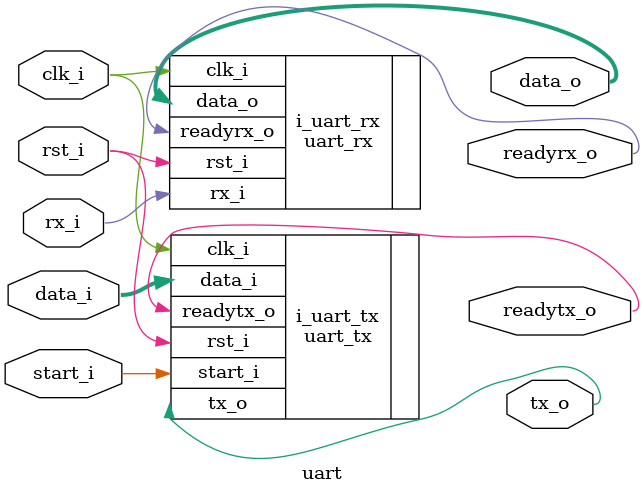
<source format=sv>
module uart
(
    input  logic                 clk_i,
    input  logic                 rst_i,
 // uart_tx
    input  logic [         7:0]  data_i,
    input  logic                 start_i,
    output logic                 tx_o,
    output logic                 readytx_o,
 // uart_rx 
    input  logic                 rx_i,
    output logic [         7:0]  data_o,
    output logic                 readyrx_o     
);




uart_tx i_uart_tx
 (
        .clk_i(clk_i),
        .rst_i(rst_i),
        .data_i(data_i),
        .start_i(start_i),
	     .tx_o(tx_o),
        .readytx_o(readytx_o)
 );
 
uart_rx i_uart_rx
 (
        .clk_i(clk_i),
        .rst_i(rst_i),
        .rx_i(rx_i),
        .data_o(data_o),
        .readyrx_o(readyrx_o)
 );

endmodule
</source>
